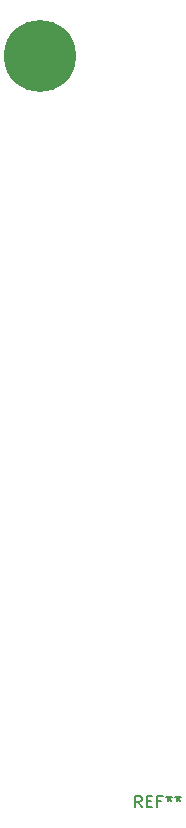
<source format=gbr>
%TF.GenerationSoftware,KiCad,Pcbnew,7.0.7*%
%TF.CreationDate,2023-08-21T16:31:17+01:00*%
%TF.ProjectId,Quango_Panel_3,5175616e-676f-45f5-9061-6e656c5f332e,rev?*%
%TF.SameCoordinates,Original*%
%TF.FileFunction,Legend,Top*%
%TF.FilePolarity,Positive*%
%FSLAX46Y46*%
G04 Gerber Fmt 4.6, Leading zero omitted, Abs format (unit mm)*
G04 Created by KiCad (PCBNEW 7.0.7) date 2023-08-21 16:31:17*
%MOMM*%
%LPD*%
G01*
G04 APERTURE LIST*
%ADD10C,0.150000*%
%ADD11C,6.100000*%
G04 APERTURE END LIST*
D10*
X99066666Y-124154819D02*
X98733333Y-123678628D01*
X98495238Y-124154819D02*
X98495238Y-123154819D01*
X98495238Y-123154819D02*
X98876190Y-123154819D01*
X98876190Y-123154819D02*
X98971428Y-123202438D01*
X98971428Y-123202438D02*
X99019047Y-123250057D01*
X99019047Y-123250057D02*
X99066666Y-123345295D01*
X99066666Y-123345295D02*
X99066666Y-123488152D01*
X99066666Y-123488152D02*
X99019047Y-123583390D01*
X99019047Y-123583390D02*
X98971428Y-123631009D01*
X98971428Y-123631009D02*
X98876190Y-123678628D01*
X98876190Y-123678628D02*
X98495238Y-123678628D01*
X99495238Y-123631009D02*
X99828571Y-123631009D01*
X99971428Y-124154819D02*
X99495238Y-124154819D01*
X99495238Y-124154819D02*
X99495238Y-123154819D01*
X99495238Y-123154819D02*
X99971428Y-123154819D01*
X100733333Y-123631009D02*
X100400000Y-123631009D01*
X100400000Y-124154819D02*
X100400000Y-123154819D01*
X100400000Y-123154819D02*
X100876190Y-123154819D01*
X101400000Y-123154819D02*
X101400000Y-123392914D01*
X101161905Y-123297676D02*
X101400000Y-123392914D01*
X101400000Y-123392914D02*
X101638095Y-123297676D01*
X101257143Y-123583390D02*
X101400000Y-123392914D01*
X101400000Y-123392914D02*
X101542857Y-123583390D01*
X102161905Y-123154819D02*
X102161905Y-123392914D01*
X101923810Y-123297676D02*
X102161905Y-123392914D01*
X102161905Y-123392914D02*
X102400000Y-123297676D01*
X102019048Y-123583390D02*
X102161905Y-123392914D01*
X102161905Y-123392914D02*
X102304762Y-123583390D01*
D11*
%TO.C,Ref\u002A\u002A*%
X90500000Y-60500000D03*
%TD*%
M02*

</source>
